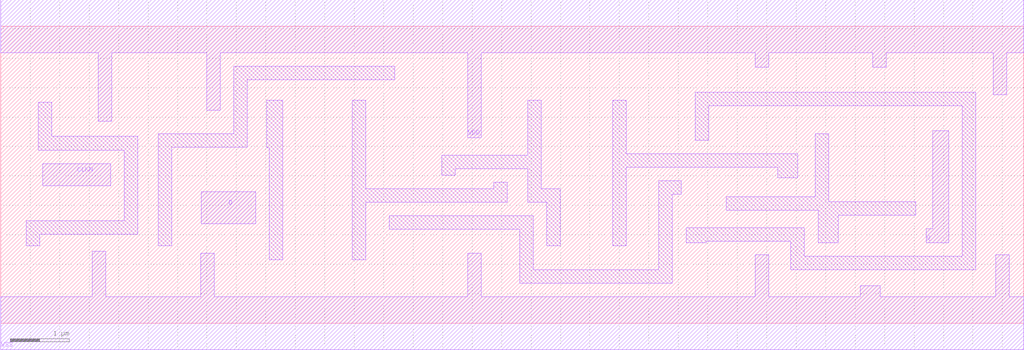
<source format=lef>
# Copyright 2022 GlobalFoundries PDK Authors
#
# Licensed under the Apache License, Version 2.0 (the "License");
# you may not use this file except in compliance with the License.
# You may obtain a copy of the License at
#
#      http://www.apache.org/licenses/LICENSE-2.0
#
# Unless required by applicable law or agreed to in writing, software
# distributed under the License is distributed on an "AS IS" BASIS,
# WITHOUT WARRANTIES OR CONDITIONS OF ANY KIND, either express or implied.
# See the License for the specific language governing permissions and
# limitations under the License.

MACRO gf180mcu_fd_sc_mcu9t5v0__dffnq_2
  CLASS core ;
  FOREIGN gf180mcu_fd_sc_mcu9t5v0__dffnq_2 0.0 0.0 ;
  ORIGIN 0 0 ;
  SYMMETRY X Y ;
  SITE GF018hv5v_green_sc9 ;
  SIZE 17.36 BY 5.04 ;
  PIN D
    DIRECTION INPUT ;
    ANTENNAGATEAREA 0.854 ;
    PORT
      LAYER METAL1 ;
        POLYGON 3.4 1.69 4.325 1.69 4.325 2.235 3.4 2.235  ;
    END
  END D
  PIN CLKN
    DIRECTION INPUT ;
    USE clock ;
    ANTENNAGATEAREA 1.164 ;
    PORT
      LAYER METAL1 ;
        POLYGON 0.71 2.33 1.865 2.33 1.865 2.71 0.71 2.71  ;
    END
  END CLKN
  PIN Q
    DIRECTION OUTPUT ;
    ANTENNADIFFAREA 1.638 ;
    PORT
      LAYER METAL1 ;
        POLYGON 15.71 1.37 16.09 1.37 16.09 3.27 15.82 3.27 15.82 1.6 15.71 1.6  ;
    END
  END Q
  PIN VDD
    DIRECTION INOUT ;
    USE power ;
    SHAPE ABUTMENT ;
    PORT
      LAYER METAL1 ;
        POLYGON 0 4.59 1.655 4.59 1.655 3.425 1.885 3.425 1.885 4.59 2.325 4.59 3.495 4.59 3.495 3.615 3.725 3.615 3.725 4.59 6.69 4.59 7.925 4.59 7.925 3.145 8.155 3.145 8.155 4.59 9.495 4.59 12.805 4.59 12.805 4.345 13.035 4.345 13.035 4.59 14.8 4.59 14.8 4.345 15.03 4.345 15.03 4.59 16.55 4.59 16.84 4.59 16.84 3.875 17.07 3.875 17.07 4.59 17.36 4.59 17.36 5.49 16.55 5.49 9.495 5.49 6.69 5.49 2.325 5.49 0 5.49  ;
    END
  END VDD
  PIN VSS
    DIRECTION INOUT ;
    USE ground ;
    SHAPE ABUTMENT ;
    PORT
      LAYER METAL1 ;
        POLYGON 0 -0.45 17.36 -0.45 17.36 0.45 17.115 0.45 17.115 1.165 16.885 1.165 16.885 0.45 14.93 0.45 14.93 0.64 14.59 0.64 14.59 0.45 13.035 0.45 13.035 1.165 12.805 1.165 12.805 0.45 8.155 0.45 8.155 1.19 7.925 1.19 7.925 0.45 3.625 0.45 3.625 1.19 3.395 1.19 3.395 0.45 1.785 0.45 1.785 1.225 1.555 1.225 1.555 0.45 0 0.45  ;
    END
  END VSS
  OBS
      LAYER METAL1 ;
        POLYGON 0.635 2.94 2.095 2.94 2.095 1.74 0.435 1.74 0.435 1.315 0.665 1.315 0.665 1.51 2.325 1.51 2.325 3.17 0.865 3.17 0.865 3.75 0.635 3.75  ;
        POLYGON 4.515 2.975 4.56 2.975 4.56 1.08 4.79 1.08 4.79 3.785 4.515 3.785  ;
        POLYGON 2.675 1.315 2.905 1.315 2.905 2.985 4.185 2.985 4.185 4.13 6.69 4.13 6.69 4.36 3.955 4.36 3.955 3.215 2.675 3.215  ;
        POLYGON 5.965 1.08 6.195 1.08 6.195 2.055 8.595 2.055 8.595 2.395 8.365 2.395 8.365 2.285 6.195 2.285 6.195 3.785 5.965 3.785  ;
        POLYGON 7.485 2.515 7.715 2.515 7.715 2.625 8.945 2.625 8.945 2.055 9.265 2.055 9.265 1.315 9.495 1.315 9.495 2.285 9.175 2.285 9.175 3.785 8.945 3.785 8.945 2.855 7.485 2.855  ;
        POLYGON 6.59 1.595 8.805 1.595 8.805 0.68 11.4 0.68 11.4 2.19 11.55 2.19 11.55 2.42 11.17 2.42 11.17 0.91 9.035 0.91 9.035 1.825 6.59 1.825  ;
        POLYGON 10.385 1.315 10.615 1.315 10.615 2.65 13.19 2.65 13.19 2.47 13.53 2.47 13.53 2.88 10.615 2.88 10.615 3.785 10.385 3.785  ;
        POLYGON 12.31 1.92 13.87 1.92 13.87 1.37 14.21 1.37 14.21 1.83 15.525 1.83 15.525 2.06 14.055 2.06 14.055 3.215 13.825 3.215 13.825 2.15 12.31 2.15  ;
        POLYGON 11.785 3.11 12.015 3.11 12.015 3.69 16.32 3.69 16.32 1.14 13.64 1.14 13.64 1.625 11.63 1.625 11.63 1.37 11.97 1.37 11.97 1.395 13.41 1.395 13.41 0.91 16.55 0.91 16.55 3.92 11.785 3.92  ;
  END
END gf180mcu_fd_sc_mcu9t5v0__dffnq_2

</source>
